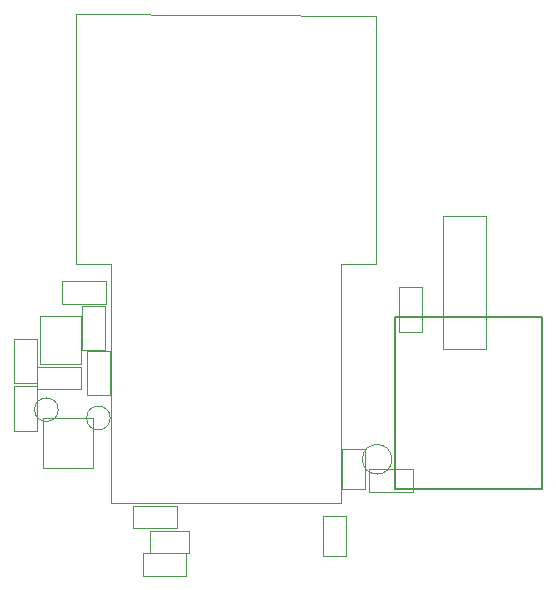
<source format=gbr>
%TF.GenerationSoftware,KiCad,Pcbnew,8.0.1*%
%TF.CreationDate,2024-05-06T20:31:10+02:00*%
%TF.ProjectId,smartknob,736d6172-746b-46e6-9f62-2e6b69636164,rev?*%
%TF.SameCoordinates,Original*%
%TF.FileFunction,Other,User*%
%FSLAX46Y46*%
G04 Gerber Fmt 4.6, Leading zero omitted, Abs format (unit mm)*
G04 Created by KiCad (PCBNEW 8.0.1) date 2024-05-06 20:31:10*
%MOMM*%
%LPD*%
G01*
G04 APERTURE LIST*
%ADD10C,0.050000*%
%ADD11C,0.150000*%
G04 APERTURE END LIST*
D10*
%TO.C,U2*%
X98300000Y-74350000D02*
X98300000Y-78450000D01*
X98300000Y-78450000D02*
X101700000Y-78450000D01*
X101700000Y-74350000D02*
X98300000Y-74350000D01*
X101700000Y-78450000D02*
X101700000Y-74350000D01*
%TO.C,C7*%
X96020000Y-80320000D02*
X97980000Y-80320000D01*
X96020000Y-84080000D02*
X96020000Y-80320000D01*
X97980000Y-80320000D02*
X97980000Y-84080000D01*
X97980000Y-84080000D02*
X96020000Y-84080000D01*
%TO.C,R19*%
X123850000Y-85620000D02*
X125750000Y-85620000D01*
X123850000Y-88980000D02*
X123850000Y-85620000D01*
X125750000Y-85620000D02*
X125750000Y-88980000D01*
X125750000Y-88980000D02*
X123850000Y-88980000D01*
%TO.C,R5*%
X107532500Y-92550000D02*
X110892500Y-92550000D01*
X107532500Y-94450000D02*
X107532500Y-92550000D01*
X110892500Y-92550000D02*
X110892500Y-94450000D01*
X110892500Y-94450000D02*
X107532500Y-94450000D01*
%TO.C,R9*%
X126150000Y-87350000D02*
X129850000Y-87350000D01*
X126150000Y-89250000D02*
X126150000Y-87350000D01*
X129850000Y-87350000D02*
X129850000Y-89250000D01*
X129850000Y-89250000D02*
X126150000Y-89250000D01*
%TO.C,TP2*%
X104200000Y-83000000D02*
G75*
G02*
X102200000Y-83000000I-1000000J0D01*
G01*
X102200000Y-83000000D02*
G75*
G02*
X104200000Y-83000000I1000000J0D01*
G01*
%TO.C,TP4*%
X99800000Y-82300000D02*
G75*
G02*
X97800000Y-82300000I-1000000J0D01*
G01*
X97800000Y-82300000D02*
G75*
G02*
X99800000Y-82300000I1000000J0D01*
G01*
%TO.C,R1*%
X101850000Y-73550000D02*
X103750000Y-73550000D01*
X101850000Y-77250000D02*
X101850000Y-73550000D01*
X103750000Y-73550000D02*
X103750000Y-77250000D01*
X103750000Y-77250000D02*
X101850000Y-77250000D01*
%TO.C,C1*%
X102220000Y-77320000D02*
X104180000Y-77320000D01*
X102220000Y-81080000D02*
X102220000Y-77320000D01*
X104180000Y-77320000D02*
X104180000Y-81080000D01*
X104180000Y-81080000D02*
X102220000Y-81080000D01*
D11*
%TO.C,U9*%
X128300000Y-74450000D02*
X140750000Y-74450000D01*
X128300000Y-89050000D02*
X128300000Y-74450000D01*
X140750000Y-74450000D02*
X140750000Y-89050000D01*
X140750000Y-89050000D02*
X128300000Y-89050000D01*
D10*
%TO.C,R8*%
X106950000Y-94450000D02*
X110650000Y-94450000D01*
X106950000Y-96350000D02*
X106950000Y-94450000D01*
X110650000Y-94450000D02*
X110650000Y-96350000D01*
X110650000Y-96350000D02*
X106950000Y-96350000D01*
%TO.C,U7*%
X98480000Y-83017500D02*
X98480000Y-87257500D01*
X98480000Y-87257500D02*
X102720000Y-87257500D01*
X102720000Y-83017500D02*
X98480000Y-83017500D01*
X102720000Y-87257500D02*
X102720000Y-83017500D01*
%TO.C,BOT*%
X128050000Y-86500000D02*
G75*
G02*
X125550000Y-86500000I-1250000J0D01*
G01*
X125550000Y-86500000D02*
G75*
G02*
X128050000Y-86500000I1250000J0D01*
G01*
%TO.C,R7*%
X106150000Y-90450000D02*
X109850000Y-90450000D01*
X106150000Y-92350000D02*
X106150000Y-90450000D01*
X109850000Y-90450000D02*
X109850000Y-92350000D01*
X109850000Y-92350000D02*
X106150000Y-92350000D01*
%TO.C,U1*%
X101300000Y-48810000D02*
X101300000Y-70000000D01*
X101300000Y-70000000D02*
X104250000Y-70000000D01*
X104250000Y-90200000D02*
X104250000Y-70000000D01*
X104250000Y-90200000D02*
X123750000Y-90200000D01*
X123750000Y-70000000D02*
X123750000Y-90200000D01*
X123750000Y-70000000D02*
X126700000Y-70000000D01*
X126700000Y-49000000D02*
X101300000Y-48810000D01*
X126700000Y-70000000D02*
X126700000Y-49000000D01*
%TO.C,C6*%
X128620000Y-71920000D02*
X130580000Y-71920000D01*
X128620000Y-75680000D02*
X128620000Y-71920000D01*
X130580000Y-71920000D02*
X130580000Y-75680000D01*
X130580000Y-75680000D02*
X128620000Y-75680000D01*
%TO.C,R6*%
X122250000Y-91320000D02*
X124150000Y-91320000D01*
X122250000Y-94680000D02*
X122250000Y-91320000D01*
X124150000Y-91320000D02*
X124150000Y-94680000D01*
X124150000Y-94680000D02*
X122250000Y-94680000D01*
%TO.C,R4*%
X98000000Y-78650000D02*
X101700000Y-78650000D01*
X98000000Y-80550000D02*
X98000000Y-78650000D01*
X101700000Y-78650000D02*
X101700000Y-80550000D01*
X101700000Y-80550000D02*
X98000000Y-80550000D01*
%TO.C,J4*%
X132400000Y-65920000D02*
X132400000Y-77120000D01*
X132400000Y-77120000D02*
X136000000Y-77120000D01*
X136000000Y-65920000D02*
X132400000Y-65920000D01*
X136000000Y-77120000D02*
X136000000Y-65920000D01*
%TO.C,C2*%
X96020000Y-76320000D02*
X97980000Y-76320000D01*
X96020000Y-80080000D02*
X96020000Y-76320000D01*
X97980000Y-76320000D02*
X97980000Y-80080000D01*
X97980000Y-80080000D02*
X96020000Y-80080000D01*
%TO.C,C4*%
X100120000Y-71420000D02*
X103880000Y-71420000D01*
X100120000Y-73380000D02*
X100120000Y-71420000D01*
X103880000Y-71420000D02*
X103880000Y-73380000D01*
X103880000Y-73380000D02*
X100120000Y-73380000D01*
%TD*%
M02*

</source>
